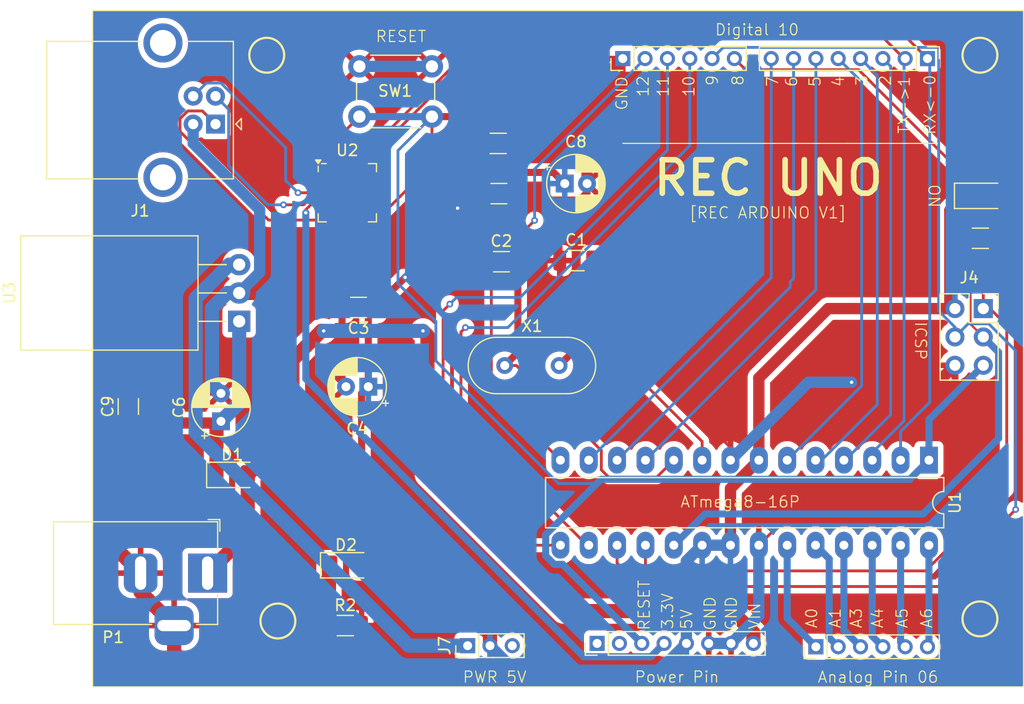
<source format=kicad_pcb>
(kicad_pcb (version 20240108) (generator "pcbnew") (generator_version "8.0")
  (layers (0 "F.Cu" signal) (31 "B.Cu" signal) (34 "B.Paste" user) (35 "F.Paste" user) (36 "B.SilkS" user "B.Silkscreen") (37 "F.SilkS" user "F.Silkscreen") (38 "B.Mask" user) (39 "F.Mask" user) (44 "Edge.Cuts" user))
  (net 0 "")
  (net 1 "GND")
  (net 2 "Net-(U1-PB6{slash}XTAL1)")
  (net 3 "Net-(U1-PB7{slash}XTAL2)")
  (net 4 "VCC")
  (net 5 "Net-(D1-K)")
  (net 6 "/VIN")
  (net 7 "Net-(D2-K)")
  (net 8 "Net-(J1-Pin_5)")
  (net 9 "Net-(J1-Pin_3)")
  (net 10 "Net-(J1-Pin_1)")
  (net 11 "Net-(J1-Pin_6)")
  (net 12 "Net-(J1-Pin_4)")
  (net 13 "Net-(J1-Pin_2)")
  (net 14 "Net-(J2-Pin_3)")
  (net 15 "Net-(J2-Pin_4)")
  (net 16 "Net-(J2-Pin_5)")
  (net 17 "Net-(J2-Pin_6)")
  (net 18 "Net-(J2-Pin_2)")
  (net 19 "Net-(D3-A)")
  (net 20 "Net-(J3-Pin_4)")
  (net 21 "/RXD")
  (net 22 "/TXD")
  (net 23 "Net-(J3-Pin_7)")
  (net 24 "Net-(J3-Pin_8)")
  (net 25 "Net-(J3-Pin_5)")
  (net 26 "Net-(J3-Pin_3)")
  (net 27 "Net-(J3-Pin_6)")
  (net 28 "/RST")
  (net 29 "Net-(J5-D+)")
  (net 31 "Net-(J5-D-)")
  (net 32 "Net-(J5-VBUS)")
  (net 34 "/USB_5V")
  (net 35 "/5V")
  (net 38 "/3.3V")
  (net 58 "Net-(J2-Pin_7)")
  (footprint "LED_SMD:LED_1206_3216Metric" (layer "F.Cu") (at 124.3 116.1)
    (property "Reference" "D2")
    (property "Value" "LED")
  )
  (footprint "Capacitor_THT:CP_Radial_D5.0mm_P2.00mm" (layer "F.Cu") (at 143.9 81.9)
    (property "Reference" "C8")
    (property "Value" "10uf")
  )
  (footprint "Diode_SMD:D_1206_3216Metric" (layer "F.Cu") (at 114.1 108)
    (property "Reference" "D1")
    (property "Value" "1N4004")
  )
  (footprint "Crystal:Crystal_HC49-4H_Vertical" (layer "F.Cu") (at 138.52 98.2)
    (property "Reference" "X1")
    (property "Value" "16MHz")
  )
  (footprint "Capacitor_SMD:C_1206_3216Metric" (layer "F.Cu") (at 104.8 101.875 90)
    (property "Reference" "C9")
    (property "Value" "0.1uf")
  )
  (footprint "Capacitor_SMD:C_1206_3216Metric" (layer "F.Cu") (at 125.425 93 180)
    (property "Reference" "C3")
    (property "Value" "1uf")
  )
  (footprint "Resistor_SMD:R_1206_3216Metric" (layer "F.Cu") (at 137.9375 78.3)
    (property "Reference" "R1" (hide yes))
    (property "Value" "R")
  )
  (footprint "LED_SMD:LED_1206_3216Metric" (layer "F.Cu") (at 181.1 83)
    (property "Reference" "D3" (hide yes))
    (property "Value" "LED")
  )
  (footprint "Capacitor_SMD:C_1206_3216Metric" (layer "F.Cu") (at 138.225 88.9)
    (property "Reference" "C2")
    (property "Value" "C" (hide yes))
  )
  (footprint "Button_Switch_THT:SW_PUSH_6mm" (layer "F.Cu") (at 125.5 71.4)
    (property "Reference" "SW1")
    (property "Value" "SW_SPST")
  )
  (footprint "Connector_BarrelJack:BarrelJack_Horizontal" (layer "F.Cu") (at 111.9 116.8)
    (property "Reference" "P1")
    (property "Value" "Barrel_Jack_Switch")
  )
  (footprint "Resistor_SMD:R_1206_3216Metric" (layer "F.Cu") (at 181.1375 86.8)
    (property "Reference" "R3" (hide yes))
    (property "Value" "470")
  )
  (footprint "Capacitor_THT:CP_Radial_D5.0mm_P2.00mm" (layer "F.Cu") (at 126.3 100.1 180)
    (property "Reference" "C4")
    (property "Value" "10uf")
  )
  (footprint "Capacitor_SMD:C_1206_3216Metric" (layer "F.Cu") (at 138 82.8)
    (property "Reference" "C7" (hide yes))
    (property "Value" "1uf")
  )
  (footprint "Capacitor_SMD:C_1206_3216Metric" (layer "F.Cu") (at 144.925 88.8)
    (property "Reference" "C1")
    (property "Value" "C" (hide yes))
  )
  (footprint "Package_DFN_QFN:QFN-28-1EP_5x5mm_P0.5mm_EP3.35x3.35mm" (layer "F.Cu") (at 124.42 82.72)
    (property "Reference" "U2")
    (property "Value" "CP2102N(USB TO SERIAL)" (hide yes))
  )
  (footprint "Connector_PinHeader_2.00mm:PinHeader_1x08_P2.00mm_Vertical" (layer "F.Cu") (at 176.4 70.7 -90)
    (property "Reference" "J3" (hide yes))
    (property "Value" "Digital_10")
  )
  (footprint "Connector_PinHeader_2.00mm:PinHeader_1x06_P2.00mm_Vertical" (layer "F.Cu") (at 149.1 70.7 90)
    (property "Reference" "J2" (hide yes))
    (property "Value" "Digital_6" (hide yes))
  )
  (footprint "Package_TO_SOT_THT:TO-220-3_Horizontal_TabDown" (layer "F.Cu") (at 114.73 94.24 90)
    (property "Reference" "U3")
    (property "Value" "LM7805_TO220")
  )
  (footprint "Connector_PinHeader_2.00mm:PinHeader_1x06_P2.00mm_Vertical" (layer "F.Cu") (at 166.4 123.4 90)
    (property "Reference" "J1" (hide yes))
    (property "Value" "Analog_6")
  )
  (footprint "Connector_PinHeader_2.00mm:PinHeader_1x08_P2.00mm_Vertical" (layer "F.Cu") (at 146.8 123.1 90)
    (property "Reference" "J8" (hide yes))
    (property "Value" "POWER")
  )
  (footprint "Connector_PinSocket_2.54mm:PinSocket_2x03_P2.54mm_Vertical" (layer "F.Cu") (at 181.4 93.1)
    (property "Reference" "J4")
    (property "Value" "ICSP")
  )
  (footprint "Package_DIP:DIP-28_W7.62mm_LongPads" (layer "F.Cu") (at 176.53 106.68 -90)
    (property "Reference" "U1")
    (property "Value" "ATmega8-16P")
  )
  (footprint "Connector_PinHeader_2.00mm:PinHeader_1x03_P2.00mm_Vertical" (layer "F.Cu") (at 135.2 123.3 90)
    (property "Reference" "J7")
    (property "Value" "Conn_01x03")
  )
  (footprint "Capacitor_THT:CP_Radial_D5.0mm_P2.50mm" (layer "F.Cu") (at 113.1 103.2 90)
    (property "Reference" "C6")
    (property "Value" "100uf/25v")
  )
  (footprint "Connector_USB:USB_B_OST_USB-B1HSxx_Horizontal" (layer "F.Cu") (at 112.61 76.57 180)
    (property "Reference" "J1")
    (property "Value" "USB_B")
  )
  (footprint "Resistor_SMD:R_1206_3216Metric" (layer "F.Cu") (at 124.2375 121.5)
    (property "Reference" "R2")
    (property "Value" "R")
  )
  (gr_circle (center 117.2 70.4) (end 118.76205 70.4) (stroke (width 0.2)) (fill none) (layer "F.SilkS"))
  (gr_circle (center 118.2 121.09) (end 119.76205 121.09) (stroke (width 0.2)) (fill none) (layer "F.SilkS"))
  (gr_line (start 169.2 78.3) (end 168.3 78.3) (stroke (width 0.1)) (layer "F.SilkS"))
  (gr_line (start 152.7 78.3) (end 149.1 78.3) (stroke (width 0.1)) (layer "F.SilkS"))
  (gr_line (start 164.6 78.3) (end 152.7 78.3) (stroke (width 0.1)) (layer "F.SilkS"))
  (gr_circle (center 181.1 120.9) (end 182.66205 120.9) (stroke (width 0.2)) (fill none) (layer "F.SilkS"))
  (gr_line (start 168.3 78.3) (end 164.6 78.3) (stroke (width 0.1)) (layer "F.SilkS"))
  (gr_rect (start 101.6 66.4) (end 185 127) (stroke (width 0.1)) (fill none) (layer "F.SilkS"))
  (gr_line (start 171.4 78.3) (end 169.2 78.3) (stroke (width 0.1)) (layer "F.SilkS"))
  (gr_circle (center 181.1 70.4) (end 182.66205 70.4) (stroke (width 0.2)) (fill none) (layer "F.SilkS"))
  (gr_line (start 177.3 78.3) (end 171.4 78.3) (stroke (width 0.1)) (layer "F.SilkS"))
  (gr_text "6" (at 164.8 73.3 90) (layer "F.SilkS") (effects (font (size 1 1) (thickness 0.1)) (justify left bottom)))
  (gr_text "3" (at 171.1 73.2 90) (layer "F.SilkS") (effects (font (size 1 1) (thickness 0.1)) (justify left bottom)))
  (gr_text "[REC ARDUINO V1] " (at 155 85.1 0) (layer "F.SilkS") (effects (font (size 1 1) (thickness 0.1)) (justify left bottom)))
  (gr_text "A6" (at 176.9 121.8 90) (layer "F.SilkS") (effects (font (size 1 1) (thickness 0.1)) (justify left bottom)))
  (gr_text "A3" (at 170.6 121.8 90) (layer "F.SilkS") (effects (font (size 1 1) (thickness 0.1)) (justify left bottom)))
  (gr_text "Analog Pin 06\n" (at 166.5 126.7 0) (layer "F.SilkS") (effects (font (size 1 1) (thickness 0.1)) (justify left bottom)))
  (gr_text "Digital 10" (at 157.3 68.7 0) (layer "F.SilkS") (effects (font (size 1 1) (thickness 0.1)) (justify left bottom)))
  (gr_text "7" (at 163.1 73.3 90) (layer "F.SilkS") (effects (font (size 1 1) (thickness 0.1)) (justify left bottom)))
  (gr_text "PWR 5V" (at 134.7 126.7 0) (layer "F.SilkS") (effects (font (size 1 1) (thickness 0.1)) (justify left bottom)))
  (gr_text "9" (at 157.7 73.2 90) (layer "F.SilkS") (effects (font (size 1 1) (thickness 0.1)) (justify left bottom)))
  (gr_text "8" (at 160 73.2 90) (layer "F.SilkS") (effects (font (size 1 1) (thickness 0.1)) (justify left bottom)))
  (gr_text "4" (at 169 73.3 90) (layer "F.SilkS") (effects (font (size 1 1) (thickness 0.1)) (justify left bottom)))
  (gr_text "5" (at 166.9 73.3 90) (layer "F.SilkS") (effects (font (size 1 1) (thickness 0.1)) (justify left bottom)))
  (gr_text "3.3V" (at 153.7 121.9 90) (layer "F.SilkS") (effects (font (size 1 1) (thickness 0.1)) (justify left bottom)))
  (gr_text "GND" (at 157.5 122 90) (layer "F.SilkS") (effects (font (size 1 1) (thickness 0.1)) (justify left bottom)))
  (gr_text "ICSP" (at 175.2 94.2 -90) (layer "F.SilkS") (effects (font (size 1 1) (thickness 0.1)) (justify left bottom)))
  (gr_text "REC UNO" (at 151.6 81.4 0) (layer "F.SilkS") (effects (font (size 3 3) (thickness 0.5) (bold yes)) (justify left)))
  (gr_text "A0" (at 166.6 121.8 90) (layer "F.SilkS") (effects (font (size 1 1) (thickness 0.1)) (justify left bottom)))
  (gr_text "ATmega8-16P" (at 154.2 111 0) (layer "F.SilkS") (effects (font (size 1 1) (thickness 0.1)) (justify left bottom)))
  (gr_text "Power Pin\n\n" (at 150.1 128.3 0) (layer "F.SilkS") (effects (font (size 1 1) (thickness 0.1)) (justify left bottom)))
  (gr_text "5V" (at 155.4 121.9 90) (layer "F.SilkS") (effects (font (size 1 1) (thickness 0.1)) (justify left bottom)))
  (gr_text "10" (at 155.6 74.2 90) (layer "F.SilkS") (effects (font (size 1 1) (thickness 0.1)) (justify left bottom)))
  (gr_text "GND" (at 149.6 75.4 90) (layer "F.SilkS") (effects (font (size 1 1) (thickness 0.1)) (justify left bottom)))
  (gr_text "VIN" (at 161.5 121.9 90) (layer "F.SilkS") (effects (font (size 1 1) (thickness 0.1)) (justify left bottom)))
  (gr_text "RX<-0" (at 177.2 77.6 90) (layer "F.SilkS") (effects (font (size 1 1) (thickness 0.1)) (justify left bottom)))
  (gr_text "A4" (at 172.5 121.8 90) (layer "F.SilkS") (effects (font (size 1 1) (thickness 0.1)) (justify left bottom)))
  (gr_text "11" (at 153.3 74.2 90) (layer "F.SilkS") (effects (font (size 1 1) (thickness 0.1)) (justify left bottom)))
  (gr_text "GND" (at 159.4 122 90) (layer "F.SilkS") (effects (font (size 1 1) (thickness 0.1)) (justify left bottom)))
  (gr_text "TX->1" (at 174.9 77.5 90) (layer "F.SilkS") (effects (font (size 1 1) (thickness 0.1)) (justify left bottom)))
  (gr_text "2" (at 173.2 73.2 90) (layer "F.SilkS") (effects (font (size 1 1) (thickness 0.1)) (justify left bottom)))
  (gr_text "A5" (at 174.7 121.8 90) (layer "F.SilkS") (effects (font (size 1 1) (thickness 0.1)) (justify left bottom)))
  (gr_text "12" (at 151.5 74.2 90) (layer "F.SilkS") (effects (font (size 1 1) (thickness 0.1)) (justify left bottom)))
  (gr_text "ON" (at 176.4 81.9 -90) (layer "F.SilkS") (effects (font (size 1 1) (thickness 0.1)) (justify left bottom)))
  (gr_text "RESET" (at 126.9 69.3 0) (layer "F.SilkS") (effects (font (size 1 1) (thickness 0.1)) (justify left bottom)))
  (gr_text "RESET" (at 151.6 122 90) (layer "F.SilkS") (effects (font (size 1 1) (thickness 0.1)) (justify left bottom)))
  (gr_text "A1" (at 168.7 121.8 90) (layer "F.SilkS") (effects (font (size 1 1) (thickness 0.1)) (justify left bottom)))
  (segment (start 145.9 81.9) (end 145.9 73.9) (width 1.016) (layer "F.Cu") (net 1))
  (segment (start 121.517432 82.22) (end 120.397432 81.1) (width 0.254) (layer "F.Cu") (net 1))
  (segment (start 178.86 98.18) (end 178.86 107.004) (width 0.635) (layer "F.Cu") (net 1))
  (segment (start 113.937919 81.1) (end 110.61 77.772081) (width 0.254) (layer "F.Cu") (net 1))
  (segment (start 145.9 82.7) (end 145.9 81.9) (width 0.635) (layer "F.Cu") (net 1))
  (segment (start 110.1 125.1) (end 124 125.1) (width 1.27) (layer "F.Cu") (net 1))
  (segment (start 125.7 123.4) (end 125.7 121.5) (width 1.27) (layer "F.Cu") (net 1))
  (segment (start 122.65 91.7) (end 120.521106 91.7) (width 0.635) (layer "F.Cu") (net 1))
  (segment (start 121.97 82.22) (end 121.517432 82.22) (width 0.254) (layer "F.Cu") (net 1))
  (segment (start 108.9 121.5) (end 108.9 123.9) (width 1.27) (layer "F.Cu") (net 1))
  (segment (start 148 84) (end 145.9 81.9) (width 0.254) (layer "F.Cu") (net 1))
  (segment (start 148 94.8) (end 148 84) (width 0.254) (layer "F.Cu") (net 1))
  (segment (start 124.42 82.72) (end 123.92 82.22) (width 0.254) (layer "F.Cu") (net 1))
  (segment (start 169.6 99.7) (end 177.34 99.7) (width 1.016) (layer "F.Cu") (net 1))
  (segment (start 145.225 83.375) (end 145.9 82.7) (width 0.635) (layer "F.Cu") (net 1))
  (segment (start 140.05 83.375) (end 145.225 83.375) (width 0.635) (layer "F.Cu") (net 1))
  (segment (start 103.065 113.965) (end 103.065 102.135) (width 1.27) (layer "F.Cu") (net 1))
  (segment (start 158.75 106.68) (end 158.75 105.55) (width 0.254) (layer "F.Cu") (net 1))
  (segment (start 124 125.1) (end 125.7 123.4) (width 1.27) (layer "F.Cu") (net 1))
  (segment (start 158.75 105.55) (end 148 94.8) (width 0.254) (layer "F.Cu") (net 1))
  (segment (start 108.9 123.9) (end 110.1 125.1) (width 1.27) (layer "F.Cu") (net 1))
  (segment (start 110.61 77.772081) (end 110.61 76.57) (width 0.254) (layer "F.Cu") (net 1))
  (segment (start 139.475 82.8) (end 140.05 83.375) (width 0.635) (layer "F.Cu") (net 1))
  (segment (start 143.45 85.15) (end 145.225 83.375) (width 0.254) (layer "F.Cu") (net 1))
  (segment (start 136.75 85.525) (end 139.475 82.8) (width 0.635) (layer "F.Cu") (net 1))
  (segment (start 125.5 71.4) (end 120.397432 76.502568) (width 0.254) (layer "F.Cu") (net 1))
  (segment (start 105.9 118.5) (end 108.9 121.5) (width 1.27) (layer "F.Cu") (net 1))
  (segment (start 120.397432 76.502568) (end 120.397432 81.1) (width 0.254) (layer "F.Cu") (net 1))
  (segment (start 120.521106 91.7) (end 123.321106 88.9) (width 1.27) (layer "F.Cu") (net 1))
  (segment (start 105.9 116.8) (end 105.9 118.5) (width 1.27) (layer "F.Cu") (net 1))
  (segment (start 105.9 116.8) (end 103.065 113.965) (width 1.27) (layer "F.Cu") (net 1))
  (segment (start 173.364 112.5) (end 163.09 112.5) (width 0.254) (layer "F.Cu") (net 1))
  (segment (start 145.9 73.9) (end 149.1 70.7) (width 1.016) (layer "F.Cu") (net 1))
  (segment (start 177.34 99.7) (end 178.86 98.18) (width 1.016) (layer "F.Cu") (net 1))
  (segment (start 123.95 93) (end 122.65 91.7) (width 0.635) (layer "F.Cu") (net 1))
  (segment (start 103.065 102.135) (end 104.8 100.4) (width 1.27) (layer "F.Cu") (net 1))
  (segment (start 123.95 99.75) (end 124.3 100.1) (width 0.635) (layer "F.Cu") (net 1))
  (segment (start 123.92 82.22) (end 121.97 82.22) (width 0.254) (layer "F.Cu") (net 1))
  (segment (start 178.86 107.004) (end 173.364 112.5) (width 0.254) (layer "F.Cu") (net 1))
  (segment (start 112.8 100.4) (end 113.1 100.7) (width 1.27) (layer "F.Cu") (net 1))
  (segment (start 123.95 93) (end 123.95 99.75) (width 0.635) (layer "F.Cu") (net 1))
  (segment (start 143.45 88.8) (end 143.45 85.15) (width 0.254) (layer "F.Cu") (net 1))
  (segment (start 114.73 91.7) (end 120.521106 91.7) (width 1.27) (layer "F.Cu") (net 1))
  (segment (start 104.8 100.4) (end 112.8 100.4) (width 1.016) (layer "F.Cu") (net 1))
  (segment (start 163.09 112.5) (end 161.29 114.3) (width 0.254) (layer "F.Cu") (net 1))
  (segment (start 120.397432 81.1) (end 113.937919 81.1) (width 0.254) (layer "F.Cu") (net 1))
  (segment (start 136.75 88.9) (end 136.75 85.525) (width 0.635) (layer "F.Cu") (net 1))
  (segment (start 123.321106 88.9) (end 136.75 88.9) (width 1.27) (layer "F.Cu") (net 1))
  (via (at 169.6 99.7) (size 0.6) (drill 0.3) (layers "F.Cu" "B.Cu") (net 1))
  (segment (start 112.300001 93.047499) (end 113.6475 91.7) (width 1.27) (layer "B.Cu") (net 1))
  (segment (start 161.29 120.61) (end 161.29 114.3) (width 1.016) (layer "B.Cu") (net 1))
  (segment (start 113.6475 91.7) (end 114.73 91.7) (width 1.27) (layer "B.Cu") (net 1))
  (segment (start 158.75 106.68) (end 165.73 99.7) (width 1.016) (layer "B.Cu") (net 1))
  (segment (start 116.565 84.245868) (end 110.61 78.290868) (width 1.016) (layer "B.Cu") (net 1))
  (segment (start 114.73 91.7) (end 116.565 89.865) (width 1.016) (layer "B.Cu") (net 1))
  (segment (start 110.61 78.290868) (end 110.61 76.57) (width 1.016) (layer "B.Cu") (net 1))
  (segment (start 116.565 89.865) (end 116.565 84.245868) (width 1.016) (layer "B.Cu") (net 1))
  (segment (start 158.8 123.1) (end 156.8 123.1) (width 1.016) (layer "B.Cu") (net 1))
  (segment (start 158.8 123.1) (end 161.29 120.61) (width 1.016) (layer "B.Cu") (net 1))
  (segment (start 125.5 71.4) (end 132 71.4) (width 1.016) (layer "B.Cu") (net 1))
  (segment (start 112.300001 99.900001) (end 112.300001 93.047499) (width 1.27) (layer "B.Cu") (net 1))
  (segment (start 113.1 100.7) (end 112.300001 99.900001) (width 1.27) (layer "B.Cu") (net 1))
  (segment (start 165.73 99.7) (end 169.6 99.7) (width 1.016) (layer "B.Cu") (net 1))
  (segment (start 156.21 105.01) (end 146.4 95.2) (width 0.254) (layer "F.Cu") (net 2))
  (segment (start 143.4 98.2) (end 146.4 95.2) (width 0.635) (layer "F.Cu") (net 2))
  (segment (start 146.4 95.2) (end 146.4 88.8) (width 0.635) (layer "F.Cu") (net 2))
  (segment (start 156.21 106.68) (end 156.21 105.01) (width 0.254) (layer "F.Cu") (net 2))
  (segment (start 147.177 107.546819) (end 147.177 105.813181) (width 0.254) (layer "F.Cu") (net 3))
  (segment (start 153.67 106.68) (end 152.143 108.207) (width 0.254) (layer "F.Cu") (net 3))
  (segment (start 147.177 105.813181) (end 139.563819 98.2) (width 0.254) (layer "F.Cu") (net 3))
  (segment (start 152.143 108.207) (end 147.837181 108.207) (width 0.254) (layer "F.Cu") (net 3))
  (segment (start 139.7 88.9) (end 139.7 97.02) (width 0.635) (layer "F.Cu") (net 3))
  (segment (start 139.7 97.02) (end 138.52 98.2) (width 0.635) (layer "F.Cu") (net 3))
  (segment (start 147.837181 108.207) (end 147.177 107.546819) (width 0.254) (layer "F.Cu") (net 3))
  (segment (start 139.563819 98.2) (end 138.52 98.2) (width 0.254) (layer "F.Cu") (net 3))
  (segment (start 137.2 122.28) (end 137.2 123.3) (width 1.27) (layer "F.Cu") (net 4))
  (segment (start 158.75 109.22) (end 161.29 106.68) (width 1.016) (layer "F.Cu") (net 4))
  (segment (start 125.7 116.1) (end 131.02 116.1) (width 1.27) (layer "F.Cu") (net 4))
  (segment (start 134.3 84.1) (end 135.225 84.1) (width 0.635) (layer "F.Cu") (net 4))
  (segment (start 125.7 116.1) (end 125.7 100.7) (width 0.635) (layer "F.Cu") (net 4))
  (segment (start 158.75 114.3) (end 158.75 109.22) (width 1.016) (layer "F.Cu") (net 4))
  (segment (start 167.5 93.1) (end 178.86 93.1) (width 1.016) (layer "F.Cu") (net 4))
  (segment (start 138.425 80.9) (end 142.9 80.9) (width 0.635) (layer "F.Cu") (net 4))
  (segment (start 136.525 82.8) (end 138.425 80.9) (width 0.635) (layer "F.Cu") (net 4))
  (segment (start 179.7 83) (end 178.4 84.3) (width 1.016) (layer "F.Cu") (net 4))
  (segment (start 178.4 84.3) (end 178.4 92.64) (width 1.016) (layer "F.Cu") (net 4))
  (segment (start 136.475 82.75) (end 136.525 82.8) (width 0.635) (layer "F.Cu") (net 4))
  (segment (start 178.4 92.64) (end 178.86 93.1) (width 0.2) (layer "F.Cu") (net 4))
  (segment (start 125.7 100.7) (end 126.3 100.1) (width 0.635) (layer "F.Cu") (net 4))
  (segment (start 161.29 99.31) (end 167.5 93.1) (width 1.016) (layer "F.Cu") (net 4))
  (segment (start 126.3 100.1) (end 126.3 93.6) (width 0.635) (layer "F.Cu") (net 4))
  (segment (start 136.475 78.3) (end 136.475 82.75) (width 0.635) (layer "F.Cu") (net 4))
  (segment (start 142.9 80.9) (end 143.9 81.9) (width 0.635) (layer "F.Cu") (net 4))
  (segment (start 131.02 116.1) (end 137.2 122.28) (width 1.27) (layer "F.Cu") (net 4))
  (segment (start 161.29 106.68) (end 161.29 99.31) (width 1.016) (layer "F.Cu") (net 4))
  (segment (start 135.225 84.1) (end 136.525 82.8) (width 0.635) (layer "F.Cu") (net 4))
  (segment (start 126.3 93.6) (end 126.9 93) (width 0.635) (layer "F.Cu") (net 4))
  (segment (start 126.9 93) (end 129.6 90.3) (width 0.635) (layer "F.Cu") (net 4))
  (via (at 129.6 90.3) (size 0.6) (drill 0.3) (layers "F.Cu" "B.Cu") (net 4))
  (via (at 134.3 84.1) (size 0.6) (drill 0.3) (layers "F.Cu" "B.Cu") (net 4))
  (segment (start 139.4 125.5) (end 152.4 125.5) (width 1.016) (layer "B.Cu") (net 4))
  (segment (start 154.8 123.1) (end 154.8 115.71) (width 1.016) (layer "B.Cu") (net 4))
  (segment (start 152.4 125.5) (end 154.8 123.1) (width 1.016) (layer "B.Cu") (net 4))
  (segment (start 129.6 90.3) (end 134.3 85.6) (width 0.635) (layer "B.Cu") (net 4))
  (segment (start 154.8 115.71) (end 156.21 114.3) (width 1.016) (layer "B.Cu") (net 4))
  (segment (start 134.3 85.6) (end 134.3 84.1) (width 0.635) (layer "B.Cu") (net 4))
  (segment (start 156.21 114.3) (end 158.75 114.3) (width 1.016) (layer "B.Cu") (net 4))
  (segment (start 137.2 123.3) (end 139.4 125.5) (width 1.016) (layer "B.Cu") (net 4))
  (segment (start 112.95 103.35) (end 113.1 103.2) (width 1.27) (layer "F.Cu") (net 5))
  (segment (start 112.7 108) (end 112.7 103.6) (width 1.27) (layer "F.Cu") (net 5))
  (segment (start 112.7 103.6) (end 113.1 103.2) (width 1.27) (layer "F.Cu") (net 5))
  (segment (start 104.8 103.35) (end 112.95 103.35) (width 1.016) (layer "F.Cu") (net 5))
  (segment (start 114.735 94.245) (end 114.735 101.565) (width 1.27) (layer "B.Cu") (net 5))
  (segment (start 114.735 101.565) (end 113.1 103.2) (width 1.27) (layer "B.Cu") (net 5))
  (segment (start 114.73 94.24) (end 114.735 94.245) (width 1.27) (layer "B.Cu") (net 5))
  (segment (start 158.854594 120.2) (end 143.8 120.2) (width 1.27) (layer "F.Cu") (net 6))
  (segment (start 119.5 97.7) (end 122.1 95.1) (width 1.27) (layer "F.Cu") (net 6))
  (segment (start 160.8 123.1) (end 160.8 122.145406) (width 1.27) (layer "F.Cu") (net 6))
  (segment (start 131.6 95.5) (end 131.2 95.1) (width 1.27) (layer "F.Cu") (net 6))
  (segment (start 115.5 108) (end 119.5 104) (width 1.27) (layer "F.Cu") (net 6))
  (segment (start 131.6 108) (end 131.6 95.5) (width 1.27) (layer "F.Cu") (net 6))
  (segment (start 143.8 120.2) (end 131.6 108) (width 1.27) (layer "F.Cu") (net 6))
  (segment (start 119.5 104) (end 119.5 97.7) (width 1.27) (layer "F.Cu") (net 6))
  (segment (start 115.5 108) (end 115.5 113.2) (width 1.27) (layer "F.Cu") (net 6))
  (segment (start 122.1 95.1) (end 122.3 95.1) (width 1.27) (layer "F.Cu") (net 6))
  (segment (start 160.8 122.145406) (end 158.854594 120.2) (width 1.27) (layer "F.Cu") (net 6))
  (segment (start 115.5 113.2) (end 111.9 116.8) (width 1.27) (layer "F.Cu") (net 6))
  (via (at 131.2 95.1) (size 0.6) (drill 0.3) (layers "F.Cu" "B.Cu") (net 6))
  (via (at 122.3 95.1) (size 0.6) (drill 0.3) (layers "F.Cu" "B.Cu") (net 6))
  (segment (start 122.3 95.1) (end 131.2 95.1) (width 1.27) (layer "B.Cu") (net 6))
  (segment (start 122.775 121.5) (end 122.775 116.225) (width 1.27) (layer "F.Cu") (net 7))
  (segment (start 122.775 116.225) (end 122.9 116.1) (width 1.27) (layer "F.Cu") (net 7))
  (segment (start 173.99 122.99) (end 174.4 123.4) (width 0.635) (layer "B.Cu") (net 8))
  (segment (start 173.99 114.3) (end 173.99 122.99) (width 0.635) (layer "B.Cu") (net 8))
  (segment (start 168.91 114.3) (end 168.91 121.91) (width 0.635) (layer "B.Cu") (net 9))
  (segment (start 168.91 121.91) (end 170.4 123.4) (width 0.635) (layer "B.Cu") (net 9))
  (segment (start 163.83 114.3) (end 163.83 120.83) (width 0.635) (layer "B.Cu") (net 10))
  (segment (start 163.83 120.83) (end 166.4 123.4) (width 0.635) (layer "B.Cu") (net 10))
  (segment (start 176.53 114.3) (end 176.53 123.27) (width 0.635) (layer "B.Cu") (net 11))
  (segment (start 176.53 123.27) (end 176.4 123.4) (width 0.635) (layer "B.Cu") (net 11))
  (segment (start 171.45 122.45) (end 172.4 123.4) (width 0.635) (layer "B.Cu") (net 12))
  (segment (start 171.45 114.3) (end 171.45 122.45) (width 0.635) (layer "B.Cu") (net 12))
  (segment (start 166.37 114.3) (end 167.5925 115.5225) (width 0.635) (layer "B.Cu") (net 13))
  (segment (start 167.5925 122.5925) (end 168.4 123.4) (width 0.635) (layer "B.Cu") (net 13))
  (segment (start 167.5925 115.5225) (end 167.5925 122.5925) (width 0.635) (layer "B.Cu") (net 13))
  (segment (start 140.7 114.3) (end 143.51 114.3) (width 0.254) (layer "F.Cu") (net 14))
  (segment (start 133 93.3) (end 133 106.6) (width 0.254) (layer "F.Cu") (net 14))
  (segment (start 133 106.6) (end 140.7 114.3) (width 0.254) (layer "F.Cu") (net 14))
  (segment (start 133.6 92.7) (end 133 93.3) (width 0.254) (layer "F.Cu") (net 14))
  (via (at 133.6 92.7) (size 0.6) (drill 0.3) (layers "F.Cu" "B.Cu") (net 14))
  (segment (start 133.6 92.7) (end 134.2 92.1) (width 0.254) (layer "B.Cu") (net 14))
  (segment (start 139.9 92.1) (end 153.1 78.9) (width 0.254) (layer "B.Cu") (net 14))
  (segment (start 153.1 78.9) (end 153.1 70.7) (width 0.254) (layer "B.Cu") (net 14))
  (segment (start 134.2 92.1) (end 139.9 92.1) (width 0.254) (layer "B.Cu") (net 14))
  (segment (start 134.6 95.2) (end 134.6 103) (width 0.254) (layer "F.Cu") (net 15))
  (segment (start 134.6 103) (end 145.9 114.3) (width 0.254) (layer "F.Cu") (net 15))
  (segment (start 134.6 95.2) (end 134.6 96.2) (width 0.254) (layer "F.Cu") (net 15))
  (segment (start 135 94.8) (end 134.6 95.2) (width 0.254) (layer "F.Cu") (net 15))
  (segment (start 145.9 114.3) (end 146.05 114.3) (width 0.254) (layer "F.Cu") (net 15))
  (via (at 135 94.8) (size 0.6) (drill 0.3) (layers "F.Cu" "B.Cu") (net 15))
  (segment (start 138.8 94.8) (end 155.1 78.5) (width 0.254) (layer "B.Cu") (net 15))
  (segment (start 135 94.8) (end 138.8 94.8) (width 0.254) (layer "B.Cu") (net 15))
  (segment (start 155.1 78.5) (end 155.1 70.7) (width 0.254) (layer "B.Cu") (net 15))
  (segment (start 177.4 118) (end 184.3 111.1) (width 0.254) (layer "F.Cu") (net 16))
  (segment (start 148.59 114.3) (end 148.59 115.89) (width 0.254) (layer "F.Cu") (net 16))
  (segment (start 148.59 115.89) (end 150.7 118) (width 0.254) (layer "F.Cu") (net 16))
  (segment (start 150.7 118) (end 177.4 118) (width 0.254) (layer "F.Cu") (net 16))
  (via (at 184.3 111.1) (size 0.6) (drill 0.3) (layers "F.Cu" "B.Cu") (net 16))
  (segment (start 178.86 94.76453) (end 177.402 93.30653) (width 0.254) (layer "B.Cu") (net 16))
  (segment (start 177.402 69.698) (end 158.102 69.698) (width 0.254) (layer "B.Cu") (net 16))
  (segment (start 184.3 96.87547) (end 181.88753 94.463) (width 0.254) (layer "B.Cu") (net 16))
  (segment (start 184.3 111.1) (end 184.3 96.87547) (width 0.254) (layer "B.Cu") (net 16))
  (segment (start 181.88753 94.463) (end 180.037 94.463) (width 0.254) (layer "B.Cu") (net 16))
  (segment (start 179.9 94.6) (end 178.86 95.64) (width 0.254) (layer "B.Cu") (net 16))
  (segment (start 180.037 94.463) (end 179.9 94.6) (width 0.254) (layer "B.Cu") (net 16))
  (segment (start 158.102 69.698) (end 157.1 70.7) (width 0.254) (layer "B.Cu") (net 16))
  (segment (start 178.86 95.64) (end 178.86 94.76453) (width 0.254) (layer "B.Cu") (net 16))
  (segment (start 177.402 93.30653) (end 177.402 69.698) (width 0.254) (layer "B.Cu") (net 16))
  (segment (start 176.223819 116.6) (end 183.5 109.323819) (width 0.254) (layer "F.Cu") (net 17))
  (segment (start 182 93.1) (end 181.4 93.1) (width 0.254) (layer "F.Cu") (net 17))
  (segment (start 151.7 116.6) (end 176.223819 116.6) (width 0.254) (layer "F.Cu") (net 17))
  (segment (start 183.5 109.323819) (end 183.5 94.6) (width 0.254) (layer "F.Cu") (net 17))
  (segment (start 181.4 82.877072) (end 170.224928 71.702) (width 0.254) (layer "F.Cu") (net 17))
  (segment (start 160.102 71.702) (end 159.1 70.7) (width 0.254) (layer "F.Cu") (net 17))
  (segment (start 151.13 114.3) (end 151.13 114.17) (width 0.254) (layer "F.Cu") (net 17))
  (segment (start 183.5 94.6) (end 182 93.1) (width 0.254) (layer "F.Cu") (net 17))
  (segment (start 151.13 114.17) (end 151.2 114.1) (width 0.254) (layer "F.Cu") (net 17))
  (segment (start 151.13 116.03) (end 151.7 116.6) (width 0.254) (layer "F.Cu") (net 17))
  (segment (start 170.224928 71.702) (end 160.102 71.702) (width 0.254) (layer "F.Cu") (net 17))
  (segment (start 181.4 93.1) (end 181.4 82.877072) (width 0.254) (layer "F.Cu") (net 17))
  (segment (start 151.13 114.3) (end 151.13 116.03) (width 0.254) (layer "F.Cu") (net 17))
  (segment (start 181.4 93.1) (end 181.4 93) (width 1.016) (layer "B.Cu") (net 17))
  (segment (start 143.51 106.68) (end 137.320928 100.490928) (width 0.254) (layer "F.Cu") (net 18))
  (segment (start 137.712 89.735928) (end 137.712 88.688) (width 0.254) (layer "F.Cu") (net 18))
  (segment (start 137.320928 100.490928) (end 137.320928 90.127) (width 0.254) (layer "F.Cu") (net 18))
  (segment (start 137.712 88.688) (end 141.2 85.2) (width 0.254) (layer "F.Cu") (net 18))
  (segment (start 137.320928 90.127) (end 137.712 89.735928) (width 0.254) (layer "F.Cu") (net 18))
  (via (at 141.2 85.2) (size 0.6) (drill 0.3) (layers "F.Cu" "B.Cu") (net 18))
  (segment (start 141.2 80.6) (end 151.1 70.7) (width 0.254) (layer "B.Cu") (net 18))
  (segment (start 141.2 85.2) (end 141.2 80.6) (width 0.254) (layer "B.Cu") (net 18))
  (segment (start 182.5 83) (end 182.5 86.7) (width 0.635) (layer "F.Cu") (net 19))
  (segment (start 182.5 86.7) (end 182.6 86.8) (width 0.2) (layer "F.Cu") (net 19))
  (segment (start 170.4 70.7) (end 171.9 72.2) (width 0.254) (layer "B.Cu") (net 20))
  (segment (start 171.9 101.696181) (end 166.916181 106.68) (width 0.254) (layer "B.Cu") (net 20))
  (segment (start 171.9 72.2) (end 171.9 101.696181) (width 0.254) (layer "B.Cu") (net 20))
  (segment (start 166.916181 106.68) (end 166.37 106.68) (width 0.254) (layer "B.Cu") (net 20))
  (segment (start 137.976662 67.3) (end 127.376662 77.9) (width 0.254) (layer "F.Cu") (net 21))
  (segment (start 176.4 70.7) (end 173 67.3) (width 0.254) (layer "F.Cu") (net 21))
  (segment (start 173 67.3) (end 137.976662 67.3) (width 0.254) (layer "F.Cu") (net 21))
  (segment (start 127.376662 77.9) (end 124.8 77.9) (width 0.254) (layer "F.Cu") (net 21))
  (segment (start 124.8 77.9) (end 123.92 78.78) (width 0.254) (layer "F.Cu") (net 21))
  (segment (start 123.92 78.78) (end 123.92 80.27) (width 0.254) (layer "F.Cu") (net 21))
  (segment (start 173.99 104.11) (end 173.99 106.68) (width 0.254) (layer "B.Cu") (net 21))
  (segment (start 176.6 101.5) (end 173.99 104.11) (width 0.254) (layer "B.Cu") (net 21))
  (segment (start 176.6 70.9) (end 176.6 101.5) (width 0.254) (layer "B.Cu") (net 21))
  (segment (start 176.4 70.7) (end 176.6 70.9) (width 0.254) (layer "B.Cu") (net 21))
  (segment (start 137.223338 68.8) (end 127.1 78.923338) (width 0.254) (layer "F.Cu") (net 22))
  (segment (start 174.4 70.8) (end 172.4 68.8) (width 0.254) (layer "F.Cu") (net 22))
  (segment (start 127.1 78.923338) (end 125.314094 78.923338) (width 0.254) (layer "F.Cu") (net 22))
  (segment (start 124.42 79.817432) (end 124.42 80.27) (width 0.254) (layer "F.Cu") (net 22))
  (segment (start 172.4 68.8) (end 137.223338 68.8) (width 0.254) (layer "F.Cu") (net 22))
  (segment (start 174.4 70.7) (end 174.4 70.8) (width 0.254) (layer "F.Cu") (net 22))
  (segment (start 125.314094 78.923338) (end 124.42 79.817432) (width 0.254) (layer "F.Cu") (net 22))
  (segment (start 174.4 70.7) (end 174.3 70.8) (width 0.254) (layer "B.Cu") (net 22))
  (segment (start 171.45 106.007947) (end 171.45 106.68) (width 0.254) (layer "B.Cu") (net 22))
  (segment (start 174.3 70.8) (end 174.3 103.157947) (width 0.254) (layer "B.Cu") (net 22))
  (segment (start 174.3 103.157947) (end 171.45 106.007947) (width 0.254) (layer "B.Cu") (net 22))
  (segment (start 164.1 91.17) (end 164.1 90.7) (width 0.254) (layer "B.Cu") (net 23))
  (segment (start 164.4 90.4) (end 164.4 70.7) (width 0.254) (layer "B.Cu") (net 23))
  (segment (start 148.59 106.68) (end 164.1 91.17) (width 0.254) (layer "B.Cu") (net 23))
  (segment (start 164.1 90.7) (end 164.4 90.4) (width 0.254) (layer "B.Cu") (net 23))
  (segment (start 162.4 70.7) (end 162.4 90.33) (width 0.254) (layer "B.Cu") (net 24))
  (segment (start 162.4 90.33) (end 146.05 106.68) (width 0.254) (layer "B.Cu") (net 24))
  (segment (start 170.5 100.01) (end 163.83 106.68) (width 0.254) (layer "B.Cu") (net 25))
  (segment (start 170.5 72.8) (end 170.5 100.01) (width 0.254) (layer "B.Cu") (net 25))
  (segment (start 168.4 70.7) (end 170.5 72.8) (width 0.254) (layer "B.Cu") (net 25))
  (segment (start 173.1 71.4) (end 173.1 102.6) (width 0.254) (layer "B.Cu") (net 26))
  (segment (start 173.1 102.6) (end 169.02 106.68) (width 0.254) (layer "B.Cu") (net 26))
  (segment (start 169.02 106.68) (end 168.91 106.68) (width 0.254) (layer "B.Cu") (net 26))
  (segment (start 172.4 70.7) (end 173.1 71.4) (width 0.254) (layer "B.Cu") (net 26))
  (segment (start 166.4 91.41) (end 151.13 106.68) (width 0.254) (layer "B.Cu") (net 27))
  (segment (start 166.4 70.7) (end 166.4 91.41) (width 0.254) (layer "B.Cu") (net 27))
  (segment (start 125.5 75.9) (end 122.92 78.48) (width 0.254) (layer "F.Cu") (net 28))
  (segment (start 123.42 85.622568) (end 123.697432 85.9) (width 0.254) (layer "F.Cu") (net 28))
  (segment (start 137 75.9) (end 132 75.9) (width 0.635) (layer "F.Cu") (net 28))
  (segment (start 123.42 85.17) (end 123.42 85.622568) (width 0.254) (layer "F.Cu") (net 28))
  (segment (start 122.92 78.48) (end 122.92 80.27) (width 0.254) (layer "F.Cu") (net 28))
  (segment (start 139.4 78.3) (end 137 75.9) (width 0.635) (layer "F.Cu") (net 28))
  (segment (start 126.3 85.9) (end 132 80.2) (width 0.254) (layer "F.Cu") (net 28))
  (segment (start 132 80.2) (end 132 75.9) (width 0.254) (layer "F.Cu") (net 28))
  (segment (start 123.697432 85.9) (end 126.3 85.9) (width 0.254) (layer "F.Cu") (net 28))
  (segment (start 176.53 103.05) (end 181.4 98.18) (width 0.635) (layer "B.Cu") (net 28))
  (segment (start 142.964274 116.0175) (end 142.1925 115.245726) (width 0.635) (layer "B.Cu") (net 28))
  (segment (start 128.9555 90.8555) (end 128.9555 78.9445) (width 0.254) (layer "B.Cu") (net 28))
  (segment (start 143.340161 108.773387) (end 132.3525 97.785726) (width 0.254) (layer "B.Cu") (net 28))
  (segment (start 146.773387 108.773387) (end 143.340161 108.773387) (width 0.254) (layer "B.Cu") (net 28))
  (segment (start 176.53 106.68) (end 176.53 103.05) (width 0.635) (layer "B.Cu") (net 28))
  (segment (start 125.5 75.9) (end 132 75.9) (width 0.635) (layer "B.Cu") (net 28))
  (segment (start 142.1925 113.354274) (end 146.773387 108.773387) (width 0.635) (layer "B.Cu") (net 28))
  (segment (start 143.7175 116.0175) (end 142.964274 116.0175) (width 0.635) (layer "B.Cu") (net 28))
  (segment (start 146.773387 108.773387) (end 147.149274 108.3975) (width 0.635) (layer "B.Cu") (net 28))
  (segment (start 128.9555 78.9445) (end 132 75.9) (width 0.254) (layer "B.Cu") (net 28))
  (segment (start 142.1925 115.245726) (end 142.1925 113.354274) (width 0.635) (layer "B.Cu") (net 28))
  (segment (start 174.8125 108.3975) (end 176.53 106.68) (width 0.635) (layer "B.Cu") (net 28))
  (segment (start 132.3525 94.2525) (end 128.9555 90.8555) (width 0.254) (layer "B.Cu") (net 28))
  (segment (start 147.149274 108.3975) (end 174.8125 108.3975) (width 0.635) (layer "B.Cu") (net 28))
  (segment (start 132.3525 97.785726) (end 132.3525 94.2525) (width 0.254) (layer "B.Cu") (net 28))
  (segment (start 150.8 123.1) (end 143.7175 116.0175) (width 0.635) (layer "B.Cu") (net 28))
  (segment (start 120 82.72) (end 121.97 82.72) (width 0.254) (layer "F.Cu") (net 29))
  (via (at 120 82.72) (size 0.6) (drill 0.3) (layers "F.Cu" "B.Cu") (net 29))
  (segment (start 118.9 81.62) (end 118.9 78.69547) (width 0.254) (layer "B.Cu") (net 29))
  (segment (start 118.9 78.69547) (end 113.09753 72.893) (width 0.254) (layer "B.Cu") (net 29))
  (segment (start 120 82.72) (end 118.9 81.62) (width 0.254) (layer "B.Cu") (net 29))
  (segment (start 113.09753 72.893) (end 111.787 72.893) (width 0.254) (layer "B.Cu") (net 29))
  (segment (start 111.787 72.893) (end 110.61 74.07) (width 0.254) (layer "B.Cu") (net 29))
  (segment (start 118.7 83.8) (end 120.5 83.8) (width 0.254) (layer "F.Cu") (net 31))
  (segment (start 120.5 83.8) (end 121.08 83.22) (width 0.254) (layer "F.Cu") (net 31))
  (segment (start 121.08 83.22) (end 121.97 83.22) (width 0.254) (layer "F.Cu") (net 31))
  (via (at 118.7 83.8) (size 0.6) (drill 0.3) (layers "F.Cu" "B.Cu") (net 31))
  (segment (start 117.3 83.8) (end 113.787 80.287) (width 0.254) (layer "B.Cu") (net 31))
  (segment (start 113.787 75.247) (end 112.61 74.07) (width 0.254) (layer "B.Cu") (net 31))
  (segment (start 118.7 83.8) (end 117.3 83.8) (width 0.254) (layer "B.Cu") (net 31))
  (segment (start 113.787 80.287) (end 113.787 75.247) (width 0.254) (layer "B.Cu") (net 31))
  (segment (start 111.433 75.393) (end 112.61 76.57) (width 0.254) (layer "F.Cu") (net 32))
  (segment (start 109.433 77.237134) (end 109.433 76.08247) (width 0.254) (layer "F.Cu") (net 32))
  (segment (start 109.433 76.08247) (end 110.12247 75.393) (width 0.254) (layer "F.Cu") (net 32))
  (segment (start 122.92 85.17) (end 117.365866 85.17) (width 0.254) (layer "F.Cu") (net 32))
  (segment (start 110.12247 75.393) (end 111.433 75.393) (width 0.254) (layer "F.Cu") (net 32))
  (segment (start 117.365866 85.17) (end 109.433 77.237134) (width 0.254) (layer "F.Cu") (net 32))
  (segment (start 113.84 89.16) (end 114.73 89.16) (width 1.27) (layer "B.Cu") (net 35))
  (segment (start 110.830001 92.169999) (end 113.84 89.16) (width 1.27) (layer "B.Cu") (net 35))
  (segment (start 110.830001 104.200001) (end 110.830001 92.169999) (width 1.27) (layer "B.Cu") (net 35))
  (segment (start 129.93 123.3) (end 110.830001 104.200001) (width 1.27) (layer "B.Cu") (net 35))
  (segment (start 135.2 123.3) (end 129.93 123.3) (width 1.27) (layer "B.Cu") (net 35))
  (segment (start 120.7 84.242052) (end 121.222052 83.72) (width 0.254) (layer "F.Cu") (net 38))
  (segment (start 120.7 84.515974) (end 120.7 84.242052) (width 0.254) (layer "F.Cu") (net 38))
  (segment (start 121.222052 83.72) (end 121.97 83.72) (width 0.254) (layer "F.Cu") (net 38))
  (via (at 120.7 84.515974) (size 0.6) (drill 0.3) (layers "F.Cu" "B.Cu") (net 38))
  (segment (start 120.7 99.385) (end 145.6075 124.2925) (width 0.635) (layer "B.Cu") (net 38))
  (segment (start 120.7 84.515974) (end 120.7 99.385) (width 0.635) (layer "B.Cu") (net 38))
  (segment (start 145.6075 124.2925) (end 151.6075 124.2925) (width 0.635) (layer "B.Cu") (net 38))
  (segment (start 151.6075 124.2925) (end 152.8 123.1) (width 0.635) (layer "B.Cu") (net 38))
  (segment (start 179.675 86.8) (end 180.25 87.375) (width 0.2) (layer "F.Cu") (net 58))
  (segment (start 180.25 94.49) (end 181.4 95.64) (width 0.2) (layer "F.Cu") (net 58))
  (segment (start 180.25 87.375) (end 180.25 94.49) (width 0.2) (layer "F.Cu") (net 58))
  (segment (start 182.7675 97.0075) (end 182.7675 104.7325) (width 0.635) (layer "B.Cu") (net 58))
  (segment (start 182.7675 104.7325) (end 176 111.5) (width 0.635) (layer "B.Cu") (net 58))
  (segment (start 176 111.5) (end 156.47 111.5) (width 0.635) (layer "B.Cu") (net 58))
  (segment (start 156.47 111.5) (end 153.67 114.3) (width 0.635) (layer "B.Cu") (net 58))
  (segment (start 181.4 95.64) (end 182.7675 97.0075) (width 0.635) (layer "B.Cu") (net 58))
  (zone (net 1) (net_name "GND") (layer "F.Cu") (connect_pads (clearance 0.5)) (min_thickness 0.25) (fill yes (thermal_gap 0.5) (thermal_bridge_width 0.5))
    (polygon (pts (xy 101.6 66.4) (xy 185 66.4) (xy 185 127) (xy 101.6 127)))
  )
  (zone (net 4) (net_name "VCC") (layer "B.Cu") (priority 1) (connect_pads (clearance 0.5)) (min_thickness 0.25) (fill yes (thermal_gap 0.5) (thermal_bridge_width 0.5))
    (polygon (pts (xy 101.6 66.4) (xy 185 66.4) (xy 185 127) (xy 101.6 127)))
  )
)
</source>
